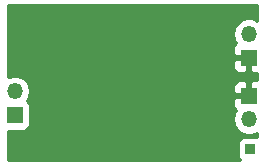
<source format=gbr>
G04 #@! TF.GenerationSoftware,KiCad,Pcbnew,(5.0.0-rc2-dev-444-g2974a2c10)*
G04 #@! TF.CreationDate,2018-10-04T10:32:37+02:00*
G04 #@! TF.ProjectId,MCP6N11_piggy_back,4D4350364E31315F70696767795F6261,rev?*
G04 #@! TF.SameCoordinates,Original*
G04 #@! TF.FileFunction,Copper,L2,Bot,Signal*
G04 #@! TF.FilePolarity,Positive*
%FSLAX46Y46*%
G04 Gerber Fmt 4.6, Leading zero omitted, Abs format (unit mm)*
G04 Created by KiCad (PCBNEW (5.0.0-rc2-dev-444-g2974a2c10)) date 10/04/18 10:32:37*
%MOMM*%
%LPD*%
G01*
G04 APERTURE LIST*
%ADD10R,0.850000X0.850000*%
%ADD11R,1.350000X1.350000*%
%ADD12O,1.350000X1.350000*%
%ADD13C,0.800000*%
%ADD14C,0.254000*%
G04 APERTURE END LIST*
D10*
X133731000Y-114935000D03*
D11*
X113792000Y-112014000D03*
D12*
X113792000Y-110014000D03*
D11*
X133604000Y-107156000D03*
D12*
X133604000Y-105156000D03*
X133604000Y-112395000D03*
D11*
X133604000Y-110395000D03*
D13*
X120142000Y-114300000D03*
X125984024Y-114935000D03*
X125348994Y-107188000D03*
D14*
G36*
X134290001Y-104038848D02*
X134115136Y-103922007D01*
X133733022Y-103846000D01*
X133474978Y-103846000D01*
X133092864Y-103922007D01*
X132659543Y-104211543D01*
X132370007Y-104644864D01*
X132268336Y-105156000D01*
X132370007Y-105667136D01*
X132560198Y-105951777D01*
X132390673Y-106121301D01*
X132294000Y-106354690D01*
X132294000Y-106870250D01*
X132452750Y-107029000D01*
X133477000Y-107029000D01*
X133477000Y-107009000D01*
X133731000Y-107009000D01*
X133731000Y-107029000D01*
X133751000Y-107029000D01*
X133751000Y-107283000D01*
X133731000Y-107283000D01*
X133731000Y-108307250D01*
X133889750Y-108466000D01*
X134290001Y-108466000D01*
X134290001Y-109085000D01*
X133889750Y-109085000D01*
X133731000Y-109243750D01*
X133731000Y-110268000D01*
X133751000Y-110268000D01*
X133751000Y-110522000D01*
X133731000Y-110522000D01*
X133731000Y-110542000D01*
X133477000Y-110542000D01*
X133477000Y-110522000D01*
X132452750Y-110522000D01*
X132294000Y-110680750D01*
X132294000Y-111196310D01*
X132390673Y-111429699D01*
X132560198Y-111599223D01*
X132370007Y-111883864D01*
X132268336Y-112395000D01*
X132370007Y-112906136D01*
X132659543Y-113339457D01*
X133092864Y-113628993D01*
X133474978Y-113705000D01*
X133733022Y-113705000D01*
X134115136Y-113628993D01*
X134290000Y-113512152D01*
X134290000Y-113889214D01*
X134156000Y-113862560D01*
X133306000Y-113862560D01*
X133058235Y-113911843D01*
X132848191Y-114052191D01*
X132707843Y-114262235D01*
X132658560Y-114510000D01*
X132658560Y-115360000D01*
X132707843Y-115607765D01*
X132829609Y-115790000D01*
X113210000Y-115790000D01*
X113210000Y-113336440D01*
X114467000Y-113336440D01*
X114714765Y-113287157D01*
X114924809Y-113146809D01*
X115065157Y-112936765D01*
X115114440Y-112689000D01*
X115114440Y-111339000D01*
X115065157Y-111091235D01*
X114924809Y-110881191D01*
X114830286Y-110818032D01*
X115025993Y-110525136D01*
X115127664Y-110014000D01*
X115044060Y-109593690D01*
X132294000Y-109593690D01*
X132294000Y-110109250D01*
X132452750Y-110268000D01*
X133477000Y-110268000D01*
X133477000Y-109243750D01*
X133318250Y-109085000D01*
X132802691Y-109085000D01*
X132569302Y-109181673D01*
X132390673Y-109360301D01*
X132294000Y-109593690D01*
X115044060Y-109593690D01*
X115025993Y-109502864D01*
X114736457Y-109069543D01*
X114303136Y-108780007D01*
X113921022Y-108704000D01*
X113662978Y-108704000D01*
X113280864Y-108780007D01*
X113210000Y-108827357D01*
X113210000Y-107441750D01*
X132294000Y-107441750D01*
X132294000Y-107957310D01*
X132390673Y-108190699D01*
X132569302Y-108369327D01*
X132802691Y-108466000D01*
X133318250Y-108466000D01*
X133477000Y-108307250D01*
X133477000Y-107283000D01*
X132452750Y-107283000D01*
X132294000Y-107441750D01*
X113210000Y-107441750D01*
X113210000Y-102710000D01*
X134290001Y-102710000D01*
X134290001Y-104038848D01*
X134290001Y-104038848D01*
G37*
X134290001Y-104038848D02*
X134115136Y-103922007D01*
X133733022Y-103846000D01*
X133474978Y-103846000D01*
X133092864Y-103922007D01*
X132659543Y-104211543D01*
X132370007Y-104644864D01*
X132268336Y-105156000D01*
X132370007Y-105667136D01*
X132560198Y-105951777D01*
X132390673Y-106121301D01*
X132294000Y-106354690D01*
X132294000Y-106870250D01*
X132452750Y-107029000D01*
X133477000Y-107029000D01*
X133477000Y-107009000D01*
X133731000Y-107009000D01*
X133731000Y-107029000D01*
X133751000Y-107029000D01*
X133751000Y-107283000D01*
X133731000Y-107283000D01*
X133731000Y-108307250D01*
X133889750Y-108466000D01*
X134290001Y-108466000D01*
X134290001Y-109085000D01*
X133889750Y-109085000D01*
X133731000Y-109243750D01*
X133731000Y-110268000D01*
X133751000Y-110268000D01*
X133751000Y-110522000D01*
X133731000Y-110522000D01*
X133731000Y-110542000D01*
X133477000Y-110542000D01*
X133477000Y-110522000D01*
X132452750Y-110522000D01*
X132294000Y-110680750D01*
X132294000Y-111196310D01*
X132390673Y-111429699D01*
X132560198Y-111599223D01*
X132370007Y-111883864D01*
X132268336Y-112395000D01*
X132370007Y-112906136D01*
X132659543Y-113339457D01*
X133092864Y-113628993D01*
X133474978Y-113705000D01*
X133733022Y-113705000D01*
X134115136Y-113628993D01*
X134290000Y-113512152D01*
X134290000Y-113889214D01*
X134156000Y-113862560D01*
X133306000Y-113862560D01*
X133058235Y-113911843D01*
X132848191Y-114052191D01*
X132707843Y-114262235D01*
X132658560Y-114510000D01*
X132658560Y-115360000D01*
X132707843Y-115607765D01*
X132829609Y-115790000D01*
X113210000Y-115790000D01*
X113210000Y-113336440D01*
X114467000Y-113336440D01*
X114714765Y-113287157D01*
X114924809Y-113146809D01*
X115065157Y-112936765D01*
X115114440Y-112689000D01*
X115114440Y-111339000D01*
X115065157Y-111091235D01*
X114924809Y-110881191D01*
X114830286Y-110818032D01*
X115025993Y-110525136D01*
X115127664Y-110014000D01*
X115044060Y-109593690D01*
X132294000Y-109593690D01*
X132294000Y-110109250D01*
X132452750Y-110268000D01*
X133477000Y-110268000D01*
X133477000Y-109243750D01*
X133318250Y-109085000D01*
X132802691Y-109085000D01*
X132569302Y-109181673D01*
X132390673Y-109360301D01*
X132294000Y-109593690D01*
X115044060Y-109593690D01*
X115025993Y-109502864D01*
X114736457Y-109069543D01*
X114303136Y-108780007D01*
X113921022Y-108704000D01*
X113662978Y-108704000D01*
X113280864Y-108780007D01*
X113210000Y-108827357D01*
X113210000Y-107441750D01*
X132294000Y-107441750D01*
X132294000Y-107957310D01*
X132390673Y-108190699D01*
X132569302Y-108369327D01*
X132802691Y-108466000D01*
X133318250Y-108466000D01*
X133477000Y-108307250D01*
X133477000Y-107283000D01*
X132452750Y-107283000D01*
X132294000Y-107441750D01*
X113210000Y-107441750D01*
X113210000Y-102710000D01*
X134290001Y-102710000D01*
X134290001Y-104038848D01*
M02*

</source>
